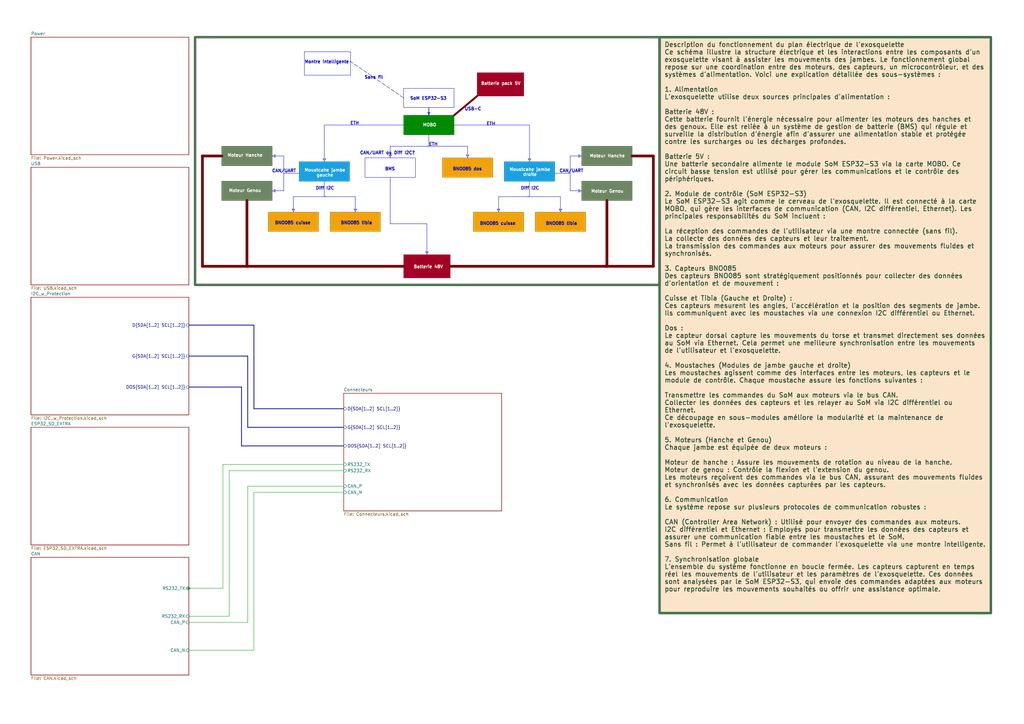
<source format=kicad_sch>
(kicad_sch
	(version 20231120)
	(generator "eeschema")
	(generator_version "8.0")
	(uuid "1dce0cd6-de7b-4da3-aa49-ec32af7b06b9")
	(paper "A3")
	(title_block
		(title "Mobo V2.0")
		(date "2024-12-19")
		(rev "2.0")
		(company "Robotique UdeS - Biogénius")
		(comment 1 "Jacob Turcotte")
		(comment 2 "Schéma électrique créer par:")
	)
	(lib_symbols)
	(junction
		(at 77.47 241.3)
		(diameter 0)
		(color 0 0 0 0)
		(uuid "3bed97a4-f025-462f-bf63-cc5db24e4c99")
	)
	(polyline
		(pts
			(xy 116.3637 63.9762) (xy 112.6125 63.9762)
		)
		(stroke
			(width 0)
			(type solid)
		)
		(uuid "01a0d707-5933-409f-8621-c2b460127618")
	)
	(polyline
		(pts
			(xy 133.0325 74.295) (xy 133.0325 80.645)
		)
		(stroke
			(width 0)
			(type solid)
		)
		(uuid "04ff177f-444b-4fb6-b02a-02f76114eb3d")
	)
	(polyline
		(pts
			(xy 217.17 51.2762) (xy 217.17 65.3462)
		)
		(stroke
			(width 0)
			(type solid)
		)
		(uuid "140f0b02-9f94-4020-844a-22a1eb5f3f4a")
	)
	(polyline
		(pts
			(xy 248.92 109.22) (xy 184.6262 109.22)
		)
		(stroke
			(width 1.1112)
			(type solid)
			(color 111 0 0 1)
		)
		(uuid "15b72ef4-d3ae-4a07-befa-478a37be28ae")
	)
	(bus
		(pts
			(xy 104.14 133.35) (xy 104.14 167.64)
		)
		(stroke
			(width 0)
			(type default)
		)
		(uuid "1fb57f22-7e8a-4051-b732-842071c869cc")
	)
	(polyline
		(pts
			(xy 186.2137 51.2762) (xy 217.17 51.2762)
		)
		(stroke
			(width 0)
			(type solid)
		)
		(uuid "2c2b6aa7-1bf1-429b-bc9b-28c0abe6bda5")
	)
	(polyline
		(pts
			(xy 133.8262 80.645) (xy 120.3325 80.645)
		)
		(stroke
			(width 0)
			(type solid)
		)
		(uuid "2d18e0e2-4154-4046-a8cf-36fa72161a11")
	)
	(polyline
		(pts
			(xy 133.0325 80.645) (xy 145.7325 80.645)
		)
		(stroke
			(width 0)
			(type solid)
		)
		(uuid "2e6ab419-d07f-4980-b421-b4889575d9fe")
	)
	(polyline
		(pts
			(xy 175.1012 91.7575) (xy 175.1012 103.4462)
		)
		(stroke
			(width 0)
			(type solid)
		)
		(uuid "2f9947f0-da7c-445d-9f5a-114e09ec9f17")
	)
	(polyline
		(pts
			(xy 120.3325 80.645) (xy 120.3325 85.9837)
		)
		(stroke
			(width 0)
			(type solid)
		)
		(uuid "320fb2f3-56c1-4447-89be-62156dd24745")
	)
	(bus
		(pts
			(xy 77.47 146.05) (xy 101.6 146.05)
		)
		(stroke
			(width 0)
			(type default)
		)
		(uuid "3879a16a-7f50-4d42-a4a7-aff714842799")
	)
	(wire
		(pts
			(xy 77.47 252.73) (xy 93.98 252.73)
		)
		(stroke
			(width 0)
			(type default)
		)
		(uuid "3cb3b6d8-95a3-4f07-ab43-63708e604d2a")
	)
	(bus
		(pts
			(xy 99.06 158.75) (xy 99.06 182.88)
		)
		(stroke
			(width 0)
			(type default)
		)
		(uuid "3ced5459-a3a6-46f3-ace3-5d01abf1f14e")
	)
	(polyline
		(pts
			(xy 233.8387 71.12) (xy 233.8387 63.9762)
		)
		(stroke
			(width 0)
			(type solid)
		)
		(uuid "4746abb7-2532-4587-9353-7b83ac3cdb75")
	)
	(polyline
		(pts
			(xy 259.2387 63.9762) (xy 267.97 63.9762)
		)
		(stroke
			(width 1.1112)
			(type solid)
			(color 111 0 0 1)
		)
		(uuid "48a0c0f7-4945-4136-bca7-63f26c7bb6d2")
	)
	(polyline
		(pts
			(xy 227.4887 71.12) (xy 233.8387 71.12)
		)
		(stroke
			(width 0)
			(type solid)
		)
		(uuid "49790aa0-607b-45b7-bf7a-492ca4eba6c1")
	)
	(polyline
		(pts
			(xy 233.8387 63.9762) (xy 237.59 63.9762)
		)
		(stroke
			(width 0)
			(type solid)
		)
		(uuid "4c43c3e5-879c-4469-8e17-d2c3fedc5664")
	)
	(polyline
		(pts
			(xy 116.3637 78.2637) (xy 112.6125 78.2637)
		)
		(stroke
			(width 0)
			(type solid)
		)
		(uuid "509c7541-402b-4776-91a1-a183ff49c2b0")
	)
	(bus
		(pts
			(xy 101.6 146.05) (xy 101.6 175.26)
		)
		(stroke
			(width 0)
			(type default)
		)
		(uuid "5befe271-17bb-418c-8938-e360db3b3eb7")
	)
	(wire
		(pts
			(xy 101.6 199.39) (xy 140.97 199.39)
		)
		(stroke
			(width 0)
			(type default)
		)
		(uuid "6418dec6-7c25-4528-90fb-0b4c669d2478")
	)
	(polyline
		(pts
			(xy 90.9637 63.9762) (xy 83.0262 63.9762)
		)
		(stroke
			(width 1.1112)
			(type solid)
			(color 111 0 0 1)
		)
		(uuid "65f835ac-dc1a-44d8-b43a-afa27a24d1bf")
	)
	(polyline
		(pts
			(xy 217.17 74.295) (xy 217.17 80.645)
		)
		(stroke
			(width 0)
			(type solid)
		)
		(uuid "6a42e411-f96c-4015-b5f7-06a0c4d6e7e6")
	)
	(bus
		(pts
			(xy 77.47 133.35) (xy 104.14 133.35)
		)
		(stroke
			(width 0)
			(type default)
		)
		(uuid "6aea2130-6683-471c-9113-863e247b00eb")
	)
	(bus
		(pts
			(xy 99.06 182.88) (xy 140.97 182.88)
		)
		(stroke
			(width 0)
			(type default)
		)
		(uuid "6c2146b6-22b9-467b-88f8-a6ad4dc75988")
	)
	(polyline
		(pts
			(xy 175.895 44.1325) (xy 175.895 46.2962)
		)
		(stroke
			(width 0)
			(type solid)
		)
		(uuid "6ff8d31d-86fd-472d-b00e-46ae78001686")
	)
	(polyline
		(pts
			(xy 122.7137 71.12) (xy 116.3637 71.12)
		)
		(stroke
			(width 0)
			(type solid)
		)
		(uuid "74f83961-3e56-4e81-ae69-514166b29522")
	)
	(wire
		(pts
			(xy 76.2 241.3) (xy 77.47 241.3)
		)
		(stroke
			(width 0)
			(type default)
		)
		(uuid "761dac27-4632-44b4-802a-2ff75679e50d")
	)
	(polyline
		(pts
			(xy 191.77 60.0075) (xy 191.77 63.7587)
		)
		(stroke
			(width 0)
			(type solid)
		)
		(uuid "76a1fcb1-35e7-4798-9e5d-555798a86307")
	)
	(polyline
		(pts
			(xy 175.895 44.1325) (xy 175.895 47.3075)
		)
		(stroke
			(width 0)
			(type solid)
		)
		(uuid "7a091271-e459-43be-96e6-9a1e53e75e12")
	)
	(bus
		(pts
			(xy 77.47 158.75) (xy 99.06 158.75)
		)
		(stroke
			(width 0)
			(type default)
		)
		(uuid "801bf825-8daa-46ee-b056-5d44703c1ba8")
	)
	(polyline
		(pts
			(xy 175.895 55.245) (xy 175.895 60.0075)
		)
		(stroke
			(width 0)
			(type solid)
		)
		(uuid "8044d88b-c6c1-4525-8f1f-7b92f58ef668")
	)
	(polyline
		(pts
			(xy 233.8387 71.12) (xy 233.8387 78.2637)
		)
		(stroke
			(width 0)
			(type solid)
		)
		(uuid "80e4de66-9317-40e0-b1ed-bc9591180ee0")
	)
	(bus
		(pts
			(xy 104.14 167.64) (xy 140.97 167.64)
		)
		(stroke
			(width 0)
			(type default)
		)
		(uuid "81b60b1e-d434-4443-b52c-f5f645b5d65c")
	)
	(wire
		(pts
			(xy 93.98 252.73) (xy 93.98 193.04)
		)
		(stroke
			(width 0)
			(type default)
		)
		(uuid "82eebe9a-a318-4c70-b747-04ae6faf8095")
	)
	(polyline
		(pts
			(xy 248.92 82.2325) (xy 248.92 109.22)
		)
		(stroke
			(width 1.1112)
			(type solid)
			(color 111 0 0 1)
		)
		(uuid "83f54e43-079d-43a2-87ee-18c5298e452b")
	)
	(polyline
		(pts
			(xy 83.0262 109.22) (xy 101.2825 109.22)
		)
		(stroke
			(width 1.1112)
			(type solid)
			(color 111 0 0 1)
		)
		(uuid "88b855ca-30e2-44ce-a65c-2e5aee31d654")
	)
	(polyline
		(pts
			(xy 216.3762 80.645) (xy 229.87 80.645)
		)
		(stroke
			(width 0)
			(type solid)
		)
		(uuid "8a5b7fc2-8921-4c0f-a93e-6828f5d6633b")
	)
	(polyline
		(pts
			(xy 143.4306 25.0031) (xy 165.5762 40.1637)
		)
		(stroke
			(width 0)
			(type dash)
		)
		(uuid "8eecf37a-5670-4174-a888-79fe514e2a4b")
	)
	(polyline
		(pts
			(xy 101.2825 82.2325) (xy 101.2825 109.22)
		)
		(stroke
			(width 1.1112)
			(type solid)
			(color 111 0 0 1)
		)
		(uuid "95d0effd-158a-4285-8052-43f1ce3aa1ed")
	)
	(polyline
		(pts
			(xy 175.1012 60.0075) (xy 191.77 60.0075)
		)
		(stroke
			(width 0)
			(type solid)
		)
		(uuid "983bf514-a525-43aa-8f42-9ee68233cfd6")
	)
	(wire
		(pts
			(xy 104.14 201.93) (xy 140.97 201.93)
		)
		(stroke
			(width 0)
			(type default)
		)
		(uuid "9e34e9ee-9a78-40d3-a31d-0086436aea70")
	)
	(polyline
		(pts
			(xy 204.47 80.645) (xy 204.47 85.9837)
		)
		(stroke
			(width 0)
			(type solid)
		)
		(uuid "a362689d-ecfd-4be3-ae58-f99f1b931583")
	)
	(wire
		(pts
			(xy 101.6 255.27) (xy 101.6 199.39)
		)
		(stroke
			(width 0)
			(type default)
		)
		(uuid "a9b06d24-170f-47ee-8969-f100aecdf3ee")
	)
	(wire
		(pts
			(xy 91.44 190.5) (xy 140.97 190.5)
		)
		(stroke
			(width 0)
			(type default)
		)
		(uuid "af32e111-36ab-4897-b42e-a0ec4f099cfa")
	)
	(polyline
		(pts
			(xy 133.0325 51.2762) (xy 133.0325 65.3462)
		)
		(stroke
			(width 0)
			(type solid)
		)
		(uuid "b19fbe7b-3f4d-496a-811a-2a6674d7b804")
	)
	(polyline
		(pts
			(xy 175.895 60.0075) (xy 160.02 60.0075)
		)
		(stroke
			(width 0)
			(type solid)
		)
		(uuid "ba0920d6-7495-4ce0-a3ec-d01fea4aa3cf")
	)
	(polyline
		(pts
			(xy 233.8387 78.2637) (xy 237.59 78.2637)
		)
		(stroke
			(width 0)
			(type solid)
		)
		(uuid "bac31290-9622-4cee-baab-a09353d02ffc")
	)
	(wire
		(pts
			(xy 77.47 266.7) (xy 104.14 266.7)
		)
		(stroke
			(width 0)
			(type default)
		)
		(uuid "bbe7c48d-0980-4f93-afe6-58ffdf913bea")
	)
	(polyline
		(pts
			(xy 267.97 109.22) (xy 248.1262 109.22)
		)
		(stroke
			(width 1.1112)
			(type solid)
			(color 111 0 0 1)
		)
		(uuid "c3147097-fd22-4291-a40f-6f45f4e631b3")
	)
	(wire
		(pts
			(xy 77.47 241.3) (xy 91.44 241.3)
		)
		(stroke
			(width 0)
			(type default)
		)
		(uuid "c7ba0991-2be0-4905-a2b6-3e45737b3a3c")
	)
	(wire
		(pts
			(xy 93.98 193.04) (xy 140.97 193.04)
		)
		(stroke
			(width 0)
			(type default)
		)
		(uuid "c8dfaa3d-c167-4757-9fb8-ece7bd2a407d")
	)
	(polyline
		(pts
			(xy 229.87 80.645) (xy 229.87 85.9837)
		)
		(stroke
			(width 0)
			(type solid)
		)
		(uuid "ce289587-2b51-4365-bdf1-0da07457591e")
	)
	(wire
		(pts
			(xy 91.44 241.3) (xy 91.44 190.5)
		)
		(stroke
			(width 0)
			(type default)
		)
		(uuid "cfe48d24-9c65-437e-97f3-3c7ddca70f04")
	)
	(polyline
		(pts
			(xy 116.3637 71.12) (xy 116.3637 78.2637)
		)
		(stroke
			(width 0)
			(type solid)
		)
		(uuid "d18c6b2e-a2fe-47d6-99a9-a70624716e4c")
	)
	(polyline
		(pts
			(xy 175.895 47.3075) (xy 175.895 44.1325)
		)
		(stroke
			(width 0)
			(type solid)
		)
		(uuid "de357f9a-b29c-461b-b3fb-a93713d29980")
	)
	(polyline
		(pts
			(xy 186.2137 47.3075) (xy 195.7387 39.37)
		)
		(stroke
			(width 0.7937)
			(type solid)
			(color 111 0 0 1)
		)
		(uuid "dec17a57-3872-4a6c-b2eb-cd8bc9f01481")
	)
	(wire
		(pts
			(xy 104.14 266.7) (xy 104.14 201.93)
		)
		(stroke
			(width 0)
			(type default)
		)
		(uuid "df47f6a1-3dce-47fc-9995-8dea27c27cf2")
	)
	(polyline
		(pts
			(xy 160.02 72.7075) (xy 160.02 91.7575)
		)
		(stroke
			(width 0)
			(type solid)
		)
		(uuid "e2078bb9-dcc0-4bda-9b09-b1105a642908")
	)
	(polyline
		(pts
			(xy 83.0262 63.9762) (xy 83.0262 109.22)
		)
		(stroke
			(width 1.1112)
			(type solid)
			(color 111 0 0 1)
		)
		(uuid "e42a929f-ae45-49bf-9392-efa15b9e1442")
	)
	(polyline
		(pts
			(xy 160.02 60.0075) (xy 160.02 63.7587)
		)
		(stroke
			(width 0)
			(type solid)
		)
		(uuid "e46e9a21-c398-438c-a554-ff6842873604")
	)
	(polyline
		(pts
			(xy 165.5762 51.2762) (xy 133.0325 51.2762)
		)
		(stroke
			(width 0)
			(type solid)
		)
		(uuid "e9d83150-a23c-4fe1-852d-4b8ff475a3e9")
	)
	(polyline
		(pts
			(xy 160.02 91.7575) (xy 175.1012 91.7575)
		)
		(stroke
			(width 0)
			(type solid)
		)
		(uuid "f03f71c8-7d1b-4e2e-85bb-a769c1d65197")
	)
	(bus
		(pts
			(xy 101.6 175.26) (xy 140.97 175.26)
		)
		(stroke
			(width 0)
			(type default)
		)
		(uuid "f13da4cc-b1fa-4b25-9c93-7c8fee9ca41e")
	)
	(polyline
		(pts
			(xy 145.7325 80.645) (xy 145.7325 85.9837)
		)
		(stroke
			(width 0)
			(type solid)
		)
		(uuid "f53e7b76-91ec-454a-81e5-c4d7589810b9")
	)
	(polyline
		(pts
			(xy 116.3637 71.12) (xy 116.3637 63.9762)
		)
		(stroke
			(width 0)
			(type solid)
		)
		(uuid "f83af675-66cd-429d-9f7b-56039f497213")
	)
	(polyline
		(pts
			(xy 267.97 63.9762) (xy 267.97 109.22)
		)
		(stroke
			(width 1.1112)
			(type solid)
			(color 111 0 0 1)
		)
		(uuid "f9d66897-490f-4530-8ea4-879edb1c04a6")
	)
	(polyline
		(pts
			(xy 217.17 80.645) (xy 204.47 80.645)
		)
		(stroke
			(width 0)
			(type solid)
		)
		(uuid "fbb67b73-cbaa-49fd-8b64-4a9f36b24565")
	)
	(wire
		(pts
			(xy 77.47 255.27) (xy 101.6 255.27)
		)
		(stroke
			(width 0)
			(type default)
		)
		(uuid "fcaac663-f522-43c4-ae18-1bbc66dbc1c2")
	)
	(polyline
		(pts
			(xy 101.2825 109.22) (xy 165.5762 109.22)
		)
		(stroke
			(width 1.1112)
			(type solid)
			(color 111 0 0 1)
		)
		(uuid "fd860810-ed34-4c3a-868e-85c0983d0b08")
	)
	(polyline
		(pts
			(xy 112.6125 63.9762) (xy 112.8903 64.5318) (xy 111.779 63.9762) (xy 112.8903 63.4206) (xy 112.6125 63.9762)
		)
		(stroke
			(width 0)
			(type solid)
		)
		(fill
			(type outline)
		)
		(uuid 00aa424f-9dab-40b3-a356-8c0eaaae8476)
	)
	(polyline
		(pts
			(xy 214.7887 39.37) (xy 195.7387 39.37) (xy 195.7387 29.845) (xy 214.7887 29.845) (xy 214.7887 39.37)
		)
		(stroke
			(width 0)
			(type solid)
			(color 111 0 0 1)
		)
		(fill
			(type color)
			(color 162 0 37 1)
		)
		(uuid 04c19ab7-40a5-4f95-a74f-6ae72f0163e3)
	)
	(polyline
		(pts
			(xy 227.4887 74.295) (xy 206.8512 74.295) (xy 206.8512 66.3575) (xy 227.4887 66.3575) (xy 227.4887 74.295)
		)
		(stroke
			(width 0)
			(type solid)
			(color 0 110 175 1)
		)
		(fill
			(type color)
			(color 27 161 226 1)
		)
		(uuid 081fb61b-df5c-4470-97ad-d4592c6af6f3)
	)
	(polyline
		(pts
			(xy 156.0512 94.9325) (xy 135.4137 94.9325) (xy 135.4137 86.995) (xy 156.0512 86.995) (xy 156.0512 94.9325)
		)
		(stroke
			(width 0)
			(type solid)
			(color 189 112 0 1)
		)
		(fill
			(type color)
			(color 240 163 10 1)
		)
		(uuid 0976c12e-dbaf-4180-95bc-bb0dffbc6d1a)
	)
	(polyline
		(pts
			(xy 186.2137 55.245) (xy 165.5762 55.245) (xy 165.5762 47.3075) (xy 186.2137 47.3075) (xy 186.2137 55.245)
		)
		(stroke
			(width 0)
			(type solid)
			(color 0 87 0 1)
		)
		(fill
			(type color)
			(color 0 138 0 1)
		)
		(uuid 0b522684-2260-46e7-9f66-41a27ce4b55b)
	)
	(polyline
		(pts
			(xy 145.7325 86.8172) (xy 145.1768 85.7059) (xy 145.7325 85.9837) (xy 146.2881 85.7059) (xy 145.7325 86.8172)
		)
		(stroke
			(width 0)
			(type solid)
		)
		(fill
			(type outline)
		)
		(uuid 0d3e2458-93f8-4cde-8a86-8b14ae433f9d)
	)
	(polyline
		(pts
			(xy 111.6012 82.2325) (xy 90.9637 82.2325) (xy 90.9637 74.295) (xy 111.6012 74.295) (xy 111.6012 82.2325)
		)
		(stroke
			(width 0)
			(type solid)
			(color 58 84 49 1)
		)
		(fill
			(type color)
			(color 109 135 100 1)
		)
		(uuid 20635c08-9e0c-421c-9ade-3121de68327d)
	)
	(polyline
		(pts
			(xy 143.3512 74.295) (xy 122.7137 74.295) (xy 122.7137 66.3575) (xy 143.3512 66.3575) (xy 143.3512 74.295)
		)
		(stroke
			(width 0)
			(type solid)
			(color 0 110 175 1)
		)
		(fill
			(type color)
			(color 27 161 226 1)
		)
		(uuid 20a0c2e9-1344-4b7e-9e5a-bf101e72009c)
	)
	(rectangle
		(start 270.51 13.97)
		(end 270.51 13.97)
		(stroke
			(width 0)
			(type default)
		)
		(fill
			(type none)
		)
		(uuid 2b9e6b61-3069-4f12-8b9a-bea5493bda54)
	)
	(polyline
		(pts
			(xy 214.7887 94.9325) (xy 194.1512 94.9325) (xy 194.1512 86.995) (xy 214.7887 86.995) (xy 214.7887 94.9325)
		)
		(stroke
			(width 0)
			(type solid)
			(color 189 112 0 1)
		)
		(fill
			(type color)
			(color 240 163 10 1)
		)
		(uuid 34fde0bc-11e1-4789-929a-09f0f609d805)
	)
	(rectangle
		(start 80.01 15.24)
		(end 270.51 116.84)
		(stroke
			(width 1)
			(type default)
			(color 73 112 78 1)
		)
		(fill
			(type none)
		)
		(uuid 36a19cd1-7b99-465c-bdf9-d2539046af84)
	)
	(polyline
		(pts
			(xy 170.3387 72.7075) (xy 149.7012 72.7075) (xy 149.7012 64.77) (xy 170.3387 64.77) (xy 170.3387 72.7075)
		)
		(stroke
			(width 0)
			(type solid)
		)
		(fill
			(type color)
			(color 255 255 255 1)
		)
		(uuid 3938b5ba-11d0-452a-9432-0d2e6a3506a7)
	)
	(polyline
		(pts
			(xy 240.1887 94.9325) (xy 219.5512 94.9325) (xy 219.5512 86.995) (xy 240.1887 86.995) (xy 240.1887 94.9325)
		)
		(stroke
			(width 0)
			(type solid)
			(color 189 112 0 1)
		)
		(fill
			(type color)
			(color 240 163 10 1)
		)
		(uuid 3babbec9-07c9-4a87-930a-fe3df8164256)
	)
	(polyline
		(pts
			(xy 133.0325 66.1797) (xy 132.4768 65.0684) (xy 133.0325 65.3462) (xy 133.5881 65.0684) (xy 133.0325 66.1797)
		)
		(stroke
			(width 0)
			(type solid)
		)
		(fill
			(type outline)
		)
		(uuid 44eb24d9-07fe-4ac8-8bf0-16d11c4dfa1d)
	)
	(polyline
		(pts
			(xy 111.6012 67.945) (xy 90.9637 67.945) (xy 90.9637 60.0075) (xy 111.6012 60.0075) (xy 111.6012 67.945)
		)
		(stroke
			(width 0)
			(type solid)
			(color 58 84 49 1)
		)
		(fill
			(type color)
			(color 109 135 100 1)
		)
		(uuid 4a72cc94-d075-4135-b12f-d9e34936604e)
	)
	(polyline
		(pts
			(xy 120.3325 86.8172) (xy 119.7768 85.7059) (xy 120.3325 85.9837) (xy 120.8881 85.7059) (xy 120.3325 86.8172)
		)
		(stroke
			(width 0)
			(type solid)
		)
		(fill
			(type outline)
		)
		(uuid 539969e5-ce03-4ca8-9d25-01edb2d2a511)
	)
	(polyline
		(pts
			(xy 175.1012 104.2797) (xy 174.5456 103.1684) (xy 175.1012 103.4462) (xy 175.6568 103.1684) (xy 175.1012 104.2797)
		)
		(stroke
			(width 0)
			(type solid)
		)
		(fill
			(type outline)
		)
		(uuid 57351b76-5509-4d44-867c-6ec644e537b7)
	)
	(polyline
		(pts
			(xy 217.17 66.1797) (xy 216.6143 65.0684) (xy 217.17 65.3462) (xy 217.7256 65.0684) (xy 217.17 66.1797)
		)
		(stroke
			(width 0)
			(type solid)
		)
		(fill
			(type outline)
		)
		(uuid 69204953-f642-4a64-ad1f-5518f47e71e3)
	)
	(polyline
		(pts
			(xy 229.87 86.8172) (xy 229.3143 85.7059) (xy 229.87 85.9837) (xy 230.4256 85.7059) (xy 229.87 86.8172)
		)
		(stroke
			(width 0)
			(type solid)
		)
		(fill
			(type outline)
		)
		(uuid 6cdddc23-f37f-43af-ae07-12d565192217)
	)
	(polyline
		(pts
			(xy 238.4234 78.2637) (xy 237.3122 78.8193) (xy 237.59 78.2637) (xy 237.3122 77.7081) (xy 238.4234 78.2637)
		)
		(stroke
			(width 0)
			(type solid)
		)
		(fill
			(type outline)
		)
		(uuid 7a064a54-7c43-466b-a48b-33d698ce2080)
	)
	(polyline
		(pts
			(xy 175.895 47.1297) (xy 175.3393 46.0184) (xy 175.895 46.2962) (xy 176.4506 46.0184) (xy 175.895 47.1297)
		)
		(stroke
			(width 0)
			(type solid)
		)
		(fill
			(type outline)
		)
		(uuid 8ed40f07-e8f3-4674-a12b-8ddff891908e)
	)
	(polyline
		(pts
			(xy 184.6262 113.9825) (xy 165.5762 113.9825) (xy 165.5762 104.4575) (xy 184.6262 104.4575) (xy 184.6262 113.9825)
		)
		(stroke
			(width 0)
			(type solid)
			(color 111 0 0 1)
		)
		(fill
			(type color)
			(color 162 0 37 1)
		)
		(uuid 90172122-42c8-49e4-8560-16b43bd10d03)
	)
	(polyline
		(pts
			(xy 112.6125 78.2637) (xy 112.8903 78.8193) (xy 111.779 78.2637) (xy 112.8903 77.7081) (xy 112.6125 78.2637)
		)
		(stroke
			(width 0)
			(type solid)
		)
		(fill
			(type outline)
		)
		(uuid 914d075f-3118-4c18-b70e-87a194a98170)
	)
	(polyline
		(pts
			(xy 202.0887 72.7075) (xy 181.4512 72.7075) (xy 181.4512 64.77) (xy 202.0887 64.77) (xy 202.0887 72.7075)
		)
		(stroke
			(width 0)
			(type solid)
			(color 189 112 0 1)
		)
		(fill
			(type color)
			(color 240 163 10 1)
		)
		(uuid 9703ce1f-1d8a-43da-a57b-58b3b9ebaeb7)
	)
	(polyline
		(pts
			(xy 259.2387 82.2325) (xy 238.6012 82.2325) (xy 238.6012 74.295) (xy 259.2387 74.295) (xy 259.2387 82.2325)
		)
		(stroke
			(width 0)
			(type solid)
			(color 58 84 49 1)
		)
		(fill
			(type color)
			(color 109 135 100 1)
		)
		(uuid 9dfeaf1c-13f8-4525-bcf3-c3db993af20d)
	)
	(polyline
		(pts
			(xy 259.2387 67.945) (xy 238.6012 67.945) (xy 238.6012 60.0075) (xy 259.2387 60.0075) (xy 259.2387 67.945)
		)
		(stroke
			(width 0)
			(type solid)
			(color 58 84 49 1)
		)
		(fill
			(type color)
			(color 109 135 100 1)
		)
		(uuid a8ffd7bc-4ff3-46eb-a328-cc7dbd7f839f)
	)
	(polyline
		(pts
			(xy 130.6512 94.9325) (xy 110.0137 94.9325) (xy 110.0137 86.995) (xy 130.6512 86.995) (xy 130.6512 94.9325)
		)
		(stroke
			(width 0)
			(type solid)
			(color 189 112 0 1)
		)
		(fill
			(type color)
			(color 240 163 10 1)
		)
		(uuid aba23089-b05e-4e62-84cb-977e73cfd0f2)
	)
	(polyline
		(pts
			(xy 238.4234 63.9762) (xy 237.3122 64.5318) (xy 237.59 63.9762) (xy 237.3122 63.4206) (xy 238.4234 63.9762)
		)
		(stroke
			(width 0)
			(type solid)
		)
		(fill
			(type outline)
		)
		(uuid b049f0d4-a290-4521-ad72-05966b29bc8a)
	)
	(polyline
		(pts
			(xy 186.2137 44.1325) (xy 165.5762 44.1325) (xy 165.5762 36.195) (xy 186.2137 36.195) (xy 186.2137 44.1325)
		)
		(stroke
			(width 0)
			(type solid)
		)
		(fill
			(type color)
			(color 255 255 255 1)
		)
		(uuid ba1d2706-4373-4ab1-a6f7-e88e2edfe8ca)
	)
	(polyline
		(pts
			(xy 143.8275 30.7975) (xy 124.7775 30.7975) (xy 124.7775 21.2725) (xy 143.8275 21.2725) (xy 143.8275 30.7975)
		)
		(stroke
			(width 0)
			(type solid)
		)
		(fill
			(type color)
			(color 255 255 255 1)
		)
		(uuid bd8aa3e6-de72-4f23-8fd5-3191cf4be0d7)
	)
	(polyline
		(pts
			(xy 204.47 86.8172) (xy 203.9143 85.7059) (xy 204.47 85.9837) (xy 205.0256 85.7059) (xy 204.47 86.8172)
		)
		(stroke
			(width 0)
			(type solid)
		)
		(fill
			(type outline)
		)
		(uuid caf2c883-e5b7-4189-83df-9a5d6f984340)
	)
	(polyline
		(pts
			(xy 160.02 64.5922) (xy 159.4643 63.4809) (xy 160.02 63.7587) (xy 160.5756 63.4809) (xy 160.02 64.5922)
		)
		(stroke
			(width 0)
			(type solid)
		)
		(fill
			(type outline)
		)
		(uuid e01d771c-1ea8-4547-a524-8268ca8d0af2)
	)
	(polyline
		(pts
			(xy 191.77 64.5922) (xy 191.2143 63.4809) (xy 191.77 63.7587) (xy 192.3256 63.4809) (xy 191.77 64.5922)
		)
		(stroke
			(width 0)
			(type solid)
		)
		(fill
			(type outline)
		)
		(uuid e598bb23-cfe5-470b-b65a-1166e3317d71)
	)
	(text_box "Description du fonctionnement du plan électrique de l'exosquelette\nCe schéma illustre la structure électrique et les interactions entre les composants d'un exosquelette visant à assister les mouvements des jambes. Le fonctionnement global repose sur une coordination entre des moteurs, des capteurs, un microcontrôleur, et des systèmes d'alimentation. Voici une explication détaillée des sous-systèmes :\n\n1. Alimentation\nL'exosquelette utilise deux sources principales d'alimentation :\n\nBatterie 48V :\nCette batterie fournit l'énergie nécessaire pour alimenter les moteurs des hanches et des genoux. Elle est reliée à un système de gestion de batterie (BMS) qui régule et surveille la distribution d'énergie afin d'assurer une alimentation stable et protégée contre les surcharges ou les décharges profondes.\n\nBatterie 5V :\nUne batterie secondaire alimente le module SoM ESP32-S3 via la carte MOBO. Ce circuit basse tension est utilisé pour gérer les communications et le contrôle des périphériques.\n\n2. Module de contrôle (SoM ESP32-S3)\nLe SoM ESP32-S3 agit comme le cerveau de l'exosquelette. Il est connecté à la carte MOBO, qui gère les interfaces de communication (CAN, I2C différentiel, Ethernet). Les principales responsabilités du SoM incluent :\n\nLa réception des commandes de l'utilisateur via une montre connectée (sans fil).\nLa collecte des données des capteurs et leur traitement.\nLa transmission des commandes aux moteurs pour assurer des mouvements fluides et synchronisés.\n\n3. Capteurs BNO085\nDes capteurs BNO085 sont stratégiquement positionnés pour collecter des données d'orientation et de mouvement :\n\nCuisse et Tibia (Gauche et Droite) :\nCes capteurs mesurent les angles, l'accélération et la position des segments de jambe. Ils communiquent avec les moustaches via une connexion I2C différentiel ou Ethernet.\n\nDos :\nLe capteur dorsal capture les mouvements du torse et transmet directement ses données au SoM via Ethernet. Cela permet une meilleure synchronisation entre les mouvements de l'utilisateur et l'exosquelette.\n\n4. Moustaches (Modules de jambe gauche et droite)\nLes moustaches agissent comme des interfaces entre les moteurs, les capteurs et le module de contrôle. Chaque moustache assure les fonctions suivantes :\n\nTransmettre les commandes du SoM aux moteurs via le bus CAN.\nCollecter les données des capteurs et les relayer au SoM via I2C différentiel ou Ethernet.\nCe découpage en sous-modules améliore la modularité et la maintenance de l'exosquelette.\n\n5. Moteurs (Hanche et Genou)\nChaque jambe est équipée de deux moteurs :\n\nMoteur de hanche : Assure les mouvements de rotation au niveau de la hanche.\nMoteur de genou : Contrôle la flexion et l'extension du genou.\nLes moteurs reçoivent des commandes via le bus CAN, assurant des mouvements fluides et synchronisés avec les données capturées par les capteurs.\n\n6. Communication\nLe système repose sur plusieurs protocoles de communication robustes :\n\nCAN (Controller Area Network) : Utilisé pour envoyer des commandes aux moteurs.\nI2C différentiel et Ethernet : Employés pour transmettre les données des capteurs et assurer une communication fiable entre les moustaches et le SoM.\nSans fil : Permet à l'utilisateur de commander l'exosquelette via une montre intelligente.\n\n7. Synchronisation globale\nL'ensemble du système fonctionne en boucle fermée. Les capteurs capturent en temps réel les mouvements de l'utilisateur et les paramètres de l'exosquelette. Ces données sont analysées par le SoM ESP32-S3, qui envoie des commandes adaptées aux moteurs pour reproduire les mouvements souhaités ou offrir une assistance optimale."
		(exclude_from_sim no)
		(at 270.51 15.24 0)
		(size 135.89 236.22)
		(stroke
			(width 1)
			(type default)
			(color 61 112 78 1)
		)
		(fill
			(type color)
			(color 251 229 202 1)
		)
		(effects
			(font
				(size 1.9 1.9)
				(thickness 0.3)
				(bold yes)
				(color 41 75 52 1)
			)
			(justify left top)
		)
		(uuid "3271f01c-ca8a-4334-b746-37471eaa2465")
	)
	(text "Diff I2C"
		(exclude_from_sim no)
		(at 217.3446 77.3271 0)
		(effects
			(font
				(size 1.27 1.27)
				(thickness 0.254)
				(bold yes)
			)
		)
		(uuid "015194af-b22f-468a-a563-33cc7e460d0b")
	)
	(text "Moteur Hanche"
		(exclude_from_sim no)
		(at 249.0946 64.1191 0)
		(effects
			(font
				(size 1.27 1.27)
				(thickness 0.254)
				(bold yes)
				(color 253 255 251 1)
			)
		)
		(uuid "139f11c6-78c9-4906-8eb0-389f63f5e188")
	)
	(text "CAN/UART ou Diff I2C?"
		(exclude_from_sim no)
		(at 158.9246 62.8491 0)
		(effects
			(font
				(size 1.27 1.27)
				(thickness 0.254)
				(bold yes)
			)
		)
		(uuid "1ee2aa50-652f-43b9-a887-b86878d2a1fa")
	)
	(text "Batterie 48V"
		(exclude_from_sim no)
		(at 175.6886 109.5851 0)
		(effects
			(font
				(size 1.27 1.27)
				(thickness 0.254)
				(bold yes)
				(color 253 255 251 1)
			)
		)
		(uuid "25c5c385-7e07-4b2e-9571-dc6c4062e3bf")
	)
	(text "Sans fil"
		(exclude_from_sim no)
		(at 153.3366 31.8611 0)
		(effects
			(font
				(size 1.27 1.27)
				(thickness 0.254)
				(bold yes)
			)
		)
		(uuid "275745f9-4706-4d60-98d3-a3d6625062d9")
	)
	(text "CAN/UART"
		(exclude_from_sim no)
		(at 116.5066 70.2151 0)
		(effects
			(font
				(size 1.27 1.27)
				(thickness 0.254)
				(bold yes)
			)
		)
		(uuid "277f84b7-d84f-4e71-a861-c6af5f3a2f74")
	)
	(text "Diff I2C"
		(exclude_from_sim no)
		(at 133.2706 77.3271 0)
		(effects
			(font
				(size 1.27 1.27)
				(thickness 0.254)
				(bold yes)
			)
		)
		(uuid "373b0541-5dcf-4e23-8241-fe4eb534eb22")
	)
	(text "USB-C"
		(exclude_from_sim no)
		(at 193.9766 44.8151 0)
		(effects
			(font
				(size 1.27 1.27)
				(thickness 0.254)
				(bold yes)
			)
		)
		(uuid "39918c30-4137-4ffe-a98d-659e32d49645")
	)
	(text "BNO085 tibia"
		(exclude_from_sim no)
		(at 230.2986 91.8051 0)
		(effects
			(font
				(size 1.27 1.27)
				(thickness 0.254)
				(bold yes)
			)
		)
		(uuid "49b6f41e-cd10-4977-99ad-3fc2e7d51c0a")
	)
	(text "Moteur Hanche"
		(exclude_from_sim no)
		(at 100.5046 63.8651 0)
		(effects
			(font
				(size 1.27 1.27)
				(thickness 0.254)
				(bold yes)
				(color 253 255 251 1)
			)
		)
		(uuid "520019b6-a48f-4e0a-8d23-6459fb114332")
	)
	(text "ETH"
		(exclude_from_sim no)
		(at 201.3426 50.9111 0)
		(effects
			(font
				(size 1.27 1.27)
				(thickness 0.254)
				(bold yes)
			)
		)
		(uuid "68d7938a-22e4-4b4d-b108-05779440f21c")
	)
	(text "SoM ESP32-S3"
		(exclude_from_sim no)
		(at 175.6886 40.4971 0)
		(effects
			(font
				(size 1.27 1.27)
				(thickness 0.254)
				(bold yes)
			)
		)
		(uuid "733dbce7-67bb-4fa0-8f45-534799aa9034")
	)
	(text "CAN/UART"
		(exclude_from_sim no)
		(at 234.3626 70.2151 0)
		(effects
			(font
				(size 1.27 1.27)
				(thickness 0.254)
				(bold yes)
			)
		)
		(uuid "7ac4273a-f3a3-4748-bff3-fd3824f8b1ec")
	)
	(text "Moustcahe jambe\ndroite"
		(exclude_from_sim no)
		(at 217.3446 70.7231 0)
		(effects
			(font
				(size 1.27 1.27)
				(thickness 0.254)
				(bold yes)
				(color 253 255 251 1)
			)
		)
		(uuid "89e8d01f-af53-4f80-9367-1ded5eacaa48")
	)
	(text "Batterie pack 5V"
		(exclude_from_sim no)
		(at 205.4066 34.4011 0)
		(effects
			(font
				(size 1.27 1.27)
				(thickness 0.254)
				(bold yes)
				(color 253 255 251 1)
			)
		)
		(uuid "97914795-d6b3-460b-8281-1ca76b681d8b")
	)
	(text "ETH"
		(exclude_from_sim no)
		(at 145.4626 50.6571 0)
		(effects
			(font
				(size 1.27 1.27)
				(thickness 0.254)
				(bold yes)
			)
		)
		(uuid "9adddbfe-eaae-42fb-90e6-5d4848a9fe4e")
	)
	(text "BMS"
		(exclude_from_sim no)
		(at 159.9406 69.4531 0)
		(effects
			(font
				(size 1.27 1.27)
				(thickness 0.254)
				(bold yes)
			)
		)
		(uuid "a5c3b22c-3cbc-4603-ae04-5313e850b7ec")
	)
	(text "MOBO"
		(exclude_from_sim no)
		(at 176.1966 51.4191 0)
		(effects
			(font
				(size 1.27 1.27)
				(thickness 0.254)
				(bold yes)
				(color 253 255 251 1)
			)
		)
		(uuid "abfa86b0-7b90-4705-a1b4-322c90d0c55c")
	)
	(text "BNO085 tibia"
		(exclude_from_sim no)
		(at 146.2246 91.5511 0)
		(effects
			(font
				(size 1.27 1.27)
				(thickness 0.254)
				(bold yes)
			)
		)
		(uuid "affd171a-a12c-4f0d-926a-3147235eb68d")
	)
	(text "ETH"
		(exclude_from_sim no)
		(at 177.7206 59.2931 0)
		(effects
			(font
				(size 1.27 1.27)
				(thickness 0.254)
				(bold yes)
			)
		)
		(uuid "b12097e0-0f1e-4f1d-8991-2a635beb9fc7")
	)
	(text "BNO085 dos"
		(exclude_from_sim no)
		(at 191.6906 69.4531 0)
		(effects
			(font
				(size 1.27 1.27)
				(thickness 0.254)
				(bold yes)
			)
		)
		(uuid "b7b26a88-112d-4b40-9dc5-48277cb52267")
	)
	(text "Moteur Genou"
		(exclude_from_sim no)
		(at 249.0946 78.5971 0)
		(effects
			(font
				(size 1.27 1.27)
				(thickness 0.254)
				(bold yes)
				(color 253 255 251 1)
			)
		)
		(uuid "c038fea0-4866-432a-8adf-8f4c3b21881a")
	)
	(text "BNO085 cuisse"
		(exclude_from_sim no)
		(at 204.1366 91.8051 0)
		(effects
			(font
				(size 1.27 1.27)
				(thickness 0.254)
				(bold yes)
			)
		)
		(uuid "c19ecdad-f6ef-477a-aafc-681f0969e1e6")
	)
	(text "Montre intelligente"
		(exclude_from_sim no)
		(at 134.0326 25.5111 0)
		(effects
			(font
				(size 1.27 1.27)
				(thickness 0.254)
				(bold yes)
			)
		)
		(uuid "ca56c5e4-a60e-4614-8c8e-a011159eab69")
	)
	(text "Moustcahe jambe\ngauche"
		(exclude_from_sim no)
		(at 133.2706 70.9771 0)
		(effects
			(font
				(size 1.27 1.27)
				(thickness 0.254)
				(bold yes)
				(color 253 255 251 1)
			)
		)
		(uuid "cc08c715-88e7-4d3e-a263-f4d5e6901078")
	)
	(text "BNO085 cuisse"
		(exclude_from_sim no)
		(at 120.0626 91.5511 0)
		(effects
			(font
				(size 1.27 1.27)
				(thickness 0.254)
				(bold yes)
			)
		)
		(uuid "e74b3370-b808-4f74-9f22-3cf81bad951a")
	)
	(text "Moteur Genou"
		(exclude_from_sim no)
		(at 100.5046 78.3431 0)
		(effects
			(font
				(size 1.27 1.27)
				(thickness 0.254)
				(bold yes)
				(color 253 255 251 1)
			)
		)
		(uuid "fae7d68e-cc54-4d94-a2ec-cab447625ef5")
	)
	(sheet
		(at 12.7 121.92)
		(size 64.77 48.26)
		(fields_autoplaced yes)
		(stroke
			(width 0.1524)
			(type solid)
		)
		(fill
			(color 0 0 0 0.0000)
		)
		(uuid "01c97f4a-0314-4c66-8d3b-35eb82cd3160")
		(property "Sheetname" "I2C_w_Protection"
			(at 12.7 121.2084 0)
			(effects
				(font
					(size 1.27 1.27)
				)
				(justify left bottom)
			)
		)
		(property "Sheetfile" "I2C_w_Protection.kicad_sch"
			(at 12.7 170.7646 0)
			(effects
				(font
					(size 1.27 1.27)
				)
				(justify left top)
			)
		)
		(pin "D{SDA[1..2] SCL[1..2]}" input
			(at 77.47 133.35 0)
			(effects
				(font
					(size 1.27 1.27)
				)
				(justify right)
			)
			(uuid "4cf49205-ce95-4cf0-8c9b-46c022b7dbab")
		)
		(pin "G{SDA[1..2] SCL[1..2]}" input
			(at 77.47 146.05 0)
			(effects
				(font
					(size 1.27 1.27)
				)
				(justify right)
			)
			(uuid "94d691cc-0af3-4292-b12c-32a2a50b2378")
		)
		(pin "DOS{SDA[1..2] SCL[1..2]}" input
			(at 77.47 158.75 0)
			(effects
				(font
					(size 1.27 1.27)
				)
				(justify right)
			)
			(uuid "913a2246-c9ea-4a3b-9c39-20498750c940")
		)
		(instances
			(project "MOBO_V2"
				(path "/1dce0cd6-de7b-4da3-aa49-ec32af7b06b9"
					(page "4")
				)
			)
		)
	)
	(sheet
		(at 12.7 228.6)
		(size 64.77 48.26)
		(fields_autoplaced yes)
		(stroke
			(width 0.1524)
			(type solid)
		)
		(fill
			(color 0 0 0 0.0000)
		)
		(uuid "1564f134-16a1-46d6-a4a3-32c8a1bef693")
		(property "Sheetname" "CAN"
			(at 12.7 227.8884 0)
			(effects
				(font
					(size 1.27 1.27)
				)
				(justify left bottom)
			)
		)
		(property "Sheetfile" "CAN.kicad_sch"
			(at 12.7 277.4446 0)
			(effects
				(font
					(size 1.27 1.27)
				)
				(justify left top)
			)
		)
		(pin "RS232_TX" input
			(at 77.47 241.3 0)
			(effects
				(font
					(size 1.27 1.27)
				)
				(justify right)
			)
			(uuid "2a08a7f1-8b70-4ab4-9742-394d6c4ff1eb")
		)
		(pin "RS232_RX" input
			(at 77.47 252.73 0)
			(effects
				(font
					(size 1.27 1.27)
				)
				(justify right)
			)
			(uuid "ffcab040-7f20-405d-ba83-870475f9b667")
		)
		(pin "CAN_P" input
			(at 77.47 255.27 0)
			(effects
				(font
					(size 1.27 1.27)
				)
				(justify right)
			)
			(uuid "44de5148-620e-43e1-afe5-11609ea99df3")
		)
		(pin "CAN_N" input
			(at 77.47 266.7 0)
			(effects
				(font
					(size 1.27 1.27)
				)
				(justify right)
			)
			(uuid "da328be3-fd61-4f75-a3ea-6fd526a6be10")
		)
		(instances
			(project "MOBO_V2"
				(path "/1dce0cd6-de7b-4da3-aa49-ec32af7b06b9"
					(page "5")
				)
			)
		)
	)
	(sheet
		(at 12.7 68.58)
		(size 64.77 48.26)
		(fields_autoplaced yes)
		(stroke
			(width 0.1524)
			(type solid)
		)
		(fill
			(color 0 0 0 0.0000)
		)
		(uuid "2f887cdf-3afb-467e-9e95-796c2339b15e")
		(property "Sheetname" "USB"
			(at 12.7 67.8684 0)
			(effects
				(font
					(size 1.27 1.27)
				)
				(justify left bottom)
			)
		)
		(property "Sheetfile" "USB.kicad_sch"
			(at 12.7 117.4246 0)
			(effects
				(font
					(size 1.27 1.27)
				)
				(justify left top)
			)
		)
		(instances
			(project "MOBO_V2"
				(path "/1dce0cd6-de7b-4da3-aa49-ec32af7b06b9"
					(page "3")
				)
			)
		)
	)
	(sheet
		(at 140.97 161.29)
		(size 64.77 48.26)
		(fields_autoplaced yes)
		(stroke
			(width 0.1524)
			(type solid)
		)
		(fill
			(color 0 0 0 0.0000)
		)
		(uuid "4859f664-0619-45c6-832a-6bc207d1884f")
		(property "Sheetname" "Connecteurs"
			(at 140.97 160.5784 0)
			(effects
				(font
					(size 1.27 1.27)
				)
				(justify left bottom)
			)
		)
		(property "Sheetfile" "Connecteurs.kicad_sch"
			(at 140.97 210.1346 0)
			(effects
				(font
					(size 1.27 1.27)
				)
				(justify left top)
			)
		)
		(pin "RS232_TX" input
			(at 140.97 190.5 180)
			(effects
				(font
					(size 1.27 1.27)
				)
				(justify left)
			)
			(uuid "009e4e96-f603-43f7-8015-46bbf1c89805")
		)
		(pin "RS232_RX" input
			(at 140.97 193.04 180)
			(effects
				(font
					(size 1.27 1.27)
				)
				(justify left)
			)
			(uuid "61c4292f-1df8-4242-909b-a7b4da1deecd")
		)
		(pin "CAN_P" input
			(at 140.97 199.39 180)
			(effects
				(font
					(size 1.27 1.27)
				)
				(justify left)
			)
			(uuid "345cee48-8967-4a93-b024-ae87be87024e")
		)
		(pin "CAN_N" input
			(at 140.97 201.93 180)
			(effects
				(font
					(size 1.27 1.27)
				)
				(justify left)
			)
			(uuid "1be067f8-52ff-460b-bc53-5307a1f603a6")
		)
		(pin "G{SDA[1..2] SCL[1..2]}" input
			(at 140.97 175.26 180)
			(effects
				(font
					(size 1.27 1.27)
				)
				(justify left)
			)
			(uuid "b3214b9a-936b-40e1-b4b5-fcaa35ff3dd2")
		)
		(pin "D{SDA[1..2] SCL[1..2]}" input
			(at 140.97 167.64 180)
			(effects
				(font
					(size 1.27 1.27)
				)
				(justify left)
			)
			(uuid "5e76d3f3-244c-4d34-9d90-bcac3150d74e")
		)
		(pin "DOS{SDA[1..2] SCL[1..2]}" input
			(at 140.97 182.88 180)
			(effects
				(font
					(size 1.27 1.27)
				)
				(justify left)
			)
			(uuid "2279c718-1b9c-44cc-af4f-c0d90ff73ec0")
		)
		(instances
			(project "MOBO_V2"
				(path "/1dce0cd6-de7b-4da3-aa49-ec32af7b06b9"
					(page "7")
				)
			)
		)
	)
	(sheet
		(at 12.7 175.26)
		(size 64.77 48.26)
		(fields_autoplaced yes)
		(stroke
			(width 0.1524)
			(type solid)
		)
		(fill
			(color 0 0 0 0.0000)
		)
		(uuid "cde75f3b-1c91-4456-aacb-1ca9cd8a55ae")
		(property "Sheetname" "ESP32_SD_EXTRA"
			(at 12.7 174.5484 0)
			(effects
				(font
					(size 1.27 1.27)
				)
				(justify left bottom)
			)
		)
		(property "Sheetfile" "ESP32_SD_EXTRA.kicad_sch"
			(at 12.7 224.1046 0)
			(effects
				(font
					(size 1.27 1.27)
				)
				(justify left top)
			)
		)
		(instances
			(project "MOBO_V2"
				(path "/1dce0cd6-de7b-4da3-aa49-ec32af7b06b9"
					(page "6")
				)
			)
		)
	)
	(sheet
		(at 12.7 15.24)
		(size 64.77 48.26)
		(fields_autoplaced yes)
		(stroke
			(width 0.1524)
			(type solid)
		)
		(fill
			(color 0 0 0 0.0000)
		)
		(uuid "cfd5234f-228e-4292-8cd6-296acaae29bd")
		(property "Sheetname" "Power"
			(at 12.7 14.5284 0)
			(effects
				(font
					(size 1.27 1.27)
				)
				(justify left bottom)
			)
		)
		(property "Sheetfile" "Power.kicad_sch"
			(at 12.7 64.0846 0)
			(effects
				(font
					(size 1.27 1.27)
				)
				(justify left top)
			)
		)
		(instances
			(project "MOBO_V2"
				(path "/1dce0cd6-de7b-4da3-aa49-ec32af7b06b9"
					(page "2")
				)
			)
		)
	)
	(sheet_instances
		(path "/"
			(page "1")
		)
	)
)

</source>
